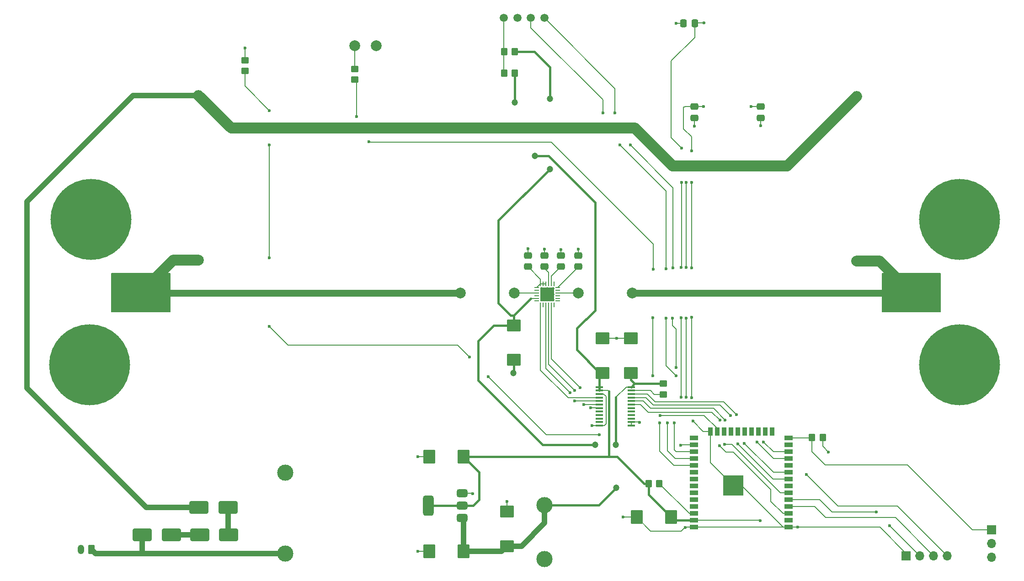
<source format=gbr>
G04 #@! TF.GenerationSoftware,KiCad,Pcbnew,8.0.1*
G04 #@! TF.CreationDate,2024-05-06T16:29:22+03:00*
G04 #@! TF.ProjectId,SmartAtt,536d6172-7441-4747-942e-6b696361645f,rev?*
G04 #@! TF.SameCoordinates,Original*
G04 #@! TF.FileFunction,Copper,L2,Bot*
G04 #@! TF.FilePolarity,Positive*
%FSLAX46Y46*%
G04 Gerber Fmt 4.6, Leading zero omitted, Abs format (unit mm)*
G04 Created by KiCad (PCBNEW 8.0.1) date 2024-05-06 16:29:22*
%MOMM*%
%LPD*%
G01*
G04 APERTURE LIST*
G04 Aperture macros list*
%AMRoundRect*
0 Rectangle with rounded corners*
0 $1 Rounding radius*
0 $2 $3 $4 $5 $6 $7 $8 $9 X,Y pos of 4 corners*
0 Add a 4 corners polygon primitive as box body*
4,1,4,$2,$3,$4,$5,$6,$7,$8,$9,$2,$3,0*
0 Add four circle primitives for the rounded corners*
1,1,$1+$1,$2,$3*
1,1,$1+$1,$4,$5*
1,1,$1+$1,$6,$7*
1,1,$1+$1,$8,$9*
0 Add four rect primitives between the rounded corners*
20,1,$1+$1,$2,$3,$4,$5,0*
20,1,$1+$1,$4,$5,$6,$7,0*
20,1,$1+$1,$6,$7,$8,$9,0*
20,1,$1+$1,$8,$9,$2,$3,0*%
G04 Aperture macros list end*
G04 #@! TA.AperFunction,Conductor*
%ADD10C,0.200000*%
G04 #@! TD*
G04 #@! TA.AperFunction,ComponentPad*
%ADD11R,1.700000X1.700000*%
G04 #@! TD*
G04 #@! TA.AperFunction,ComponentPad*
%ADD12O,1.700000X1.700000*%
G04 #@! TD*
G04 #@! TA.AperFunction,ComponentPad*
%ADD13C,3.000000*%
G04 #@! TD*
G04 #@! TA.AperFunction,ComponentPad*
%ADD14C,1.500000*%
G04 #@! TD*
G04 #@! TA.AperFunction,ComponentPad*
%ADD15C,2.000000*%
G04 #@! TD*
G04 #@! TA.AperFunction,ComponentPad*
%ADD16RoundRect,0.250000X0.350000X0.625000X-0.350000X0.625000X-0.350000X-0.625000X0.350000X-0.625000X0*%
G04 #@! TD*
G04 #@! TA.AperFunction,ComponentPad*
%ADD17O,1.200000X1.750000*%
G04 #@! TD*
G04 #@! TA.AperFunction,SMDPad,CuDef*
%ADD18RoundRect,0.250000X0.450000X-0.350000X0.450000X0.350000X-0.450000X0.350000X-0.450000X-0.350000X0*%
G04 #@! TD*
G04 #@! TA.AperFunction,SMDPad,CuDef*
%ADD19RoundRect,0.250000X-1.500000X-0.900000X1.500000X-0.900000X1.500000X0.900000X-1.500000X0.900000X0*%
G04 #@! TD*
G04 #@! TA.AperFunction,SMDPad,CuDef*
%ADD20RoundRect,0.250000X-0.475000X0.337500X-0.475000X-0.337500X0.475000X-0.337500X0.475000X0.337500X0*%
G04 #@! TD*
G04 #@! TA.AperFunction,SMDPad,CuDef*
%ADD21RoundRect,0.250000X0.875000X1.025000X-0.875000X1.025000X-0.875000X-1.025000X0.875000X-1.025000X0*%
G04 #@! TD*
G04 #@! TA.AperFunction,SMDPad,CuDef*
%ADD22RoundRect,0.250000X0.350000X0.450000X-0.350000X0.450000X-0.350000X-0.450000X0.350000X-0.450000X0*%
G04 #@! TD*
G04 #@! TA.AperFunction,SMDPad,CuDef*
%ADD23RoundRect,0.250000X0.475000X-0.337500X0.475000X0.337500X-0.475000X0.337500X-0.475000X-0.337500X0*%
G04 #@! TD*
G04 #@! TA.AperFunction,SMDPad,CuDef*
%ADD24RoundRect,0.250000X1.025000X-0.875000X1.025000X0.875000X-1.025000X0.875000X-1.025000X-0.875000X0*%
G04 #@! TD*
G04 #@! TA.AperFunction,SMDPad,CuDef*
%ADD25RoundRect,0.250000X-0.350000X-0.450000X0.350000X-0.450000X0.350000X0.450000X-0.350000X0.450000X0*%
G04 #@! TD*
G04 #@! TA.AperFunction,SMDPad,CuDef*
%ADD26RoundRect,0.250000X1.500000X0.900000X-1.500000X0.900000X-1.500000X-0.900000X1.500000X-0.900000X0*%
G04 #@! TD*
G04 #@! TA.AperFunction,SMDPad,CuDef*
%ADD27R,1.500000X0.900000*%
G04 #@! TD*
G04 #@! TA.AperFunction,SMDPad,CuDef*
%ADD28R,0.900000X1.500000*%
G04 #@! TD*
G04 #@! TA.AperFunction,SMDPad,CuDef*
%ADD29R,0.900000X0.900000*%
G04 #@! TD*
G04 #@! TA.AperFunction,HeatsinkPad*
%ADD30C,0.600000*%
G04 #@! TD*
G04 #@! TA.AperFunction,SMDPad,CuDef*
%ADD31R,3.800000X3.800000*%
G04 #@! TD*
G04 #@! TA.AperFunction,SMDPad,CuDef*
%ADD32RoundRect,0.375000X0.625000X0.375000X-0.625000X0.375000X-0.625000X-0.375000X0.625000X-0.375000X0*%
G04 #@! TD*
G04 #@! TA.AperFunction,SMDPad,CuDef*
%ADD33RoundRect,0.500000X0.500000X1.400000X-0.500000X1.400000X-0.500000X-1.400000X0.500000X-1.400000X0*%
G04 #@! TD*
G04 #@! TA.AperFunction,SMDPad,CuDef*
%ADD34RoundRect,0.062500X-0.350000X-0.062500X0.350000X-0.062500X0.350000X0.062500X-0.350000X0.062500X0*%
G04 #@! TD*
G04 #@! TA.AperFunction,SMDPad,CuDef*
%ADD35RoundRect,0.062500X-0.062500X-0.350000X0.062500X-0.350000X0.062500X0.350000X-0.062500X0.350000X0*%
G04 #@! TD*
G04 #@! TA.AperFunction,HeatsinkPad*
%ADD36C,0.500000*%
G04 #@! TD*
G04 #@! TA.AperFunction,HeatsinkPad*
%ADD37R,2.600000X2.600000*%
G04 #@! TD*
G04 #@! TA.AperFunction,ComponentPad*
%ADD38O,2.000000X2.000000*%
G04 #@! TD*
G04 #@! TA.AperFunction,SMDPad,CuDef*
%ADD39RoundRect,0.250000X0.337500X0.475000X-0.337500X0.475000X-0.337500X-0.475000X0.337500X-0.475000X0*%
G04 #@! TD*
G04 #@! TA.AperFunction,SMDPad,CuDef*
%ADD40RoundRect,0.250000X-1.025000X0.875000X-1.025000X-0.875000X1.025000X-0.875000X1.025000X0.875000X0*%
G04 #@! TD*
G04 #@! TA.AperFunction,SMDPad,CuDef*
%ADD41R,1.475000X0.450000*%
G04 #@! TD*
G04 #@! TA.AperFunction,ViaPad*
%ADD42C,15.000000*%
G04 #@! TD*
G04 #@! TA.AperFunction,ViaPad*
%ADD43C,0.600000*%
G04 #@! TD*
G04 #@! TA.AperFunction,ViaPad*
%ADD44C,1.200000*%
G04 #@! TD*
G04 #@! TA.AperFunction,ViaPad*
%ADD45C,5.000000*%
G04 #@! TD*
G04 #@! TA.AperFunction,Conductor*
%ADD46C,0.400000*%
G04 #@! TD*
G04 #@! TA.AperFunction,Conductor*
%ADD47C,1.300000*%
G04 #@! TD*
G04 #@! TA.AperFunction,Conductor*
%ADD48C,2.000000*%
G04 #@! TD*
G04 #@! TA.AperFunction,Conductor*
%ADD49C,1.000000*%
G04 #@! TD*
G04 APERTURE END LIST*
D10*
X217500000Y-87100000D02*
X228300000Y-87100000D01*
X228300000Y-94200000D01*
X217500000Y-94200000D01*
X217500000Y-87100000D01*
G04 #@! TA.AperFunction,Conductor*
G36*
X217500000Y-87100000D02*
G01*
X228300000Y-87100000D01*
X228300000Y-94200000D01*
X217500000Y-94200000D01*
X217500000Y-87100000D01*
G37*
G04 #@! TD.AperFunction*
X74800000Y-87100000D02*
X85600000Y-87100000D01*
X85600000Y-94200000D01*
X74800000Y-94200000D01*
X74800000Y-87100000D01*
G04 #@! TA.AperFunction,Conductor*
G36*
X74800000Y-87100000D02*
G01*
X85600000Y-87100000D01*
X85600000Y-94200000D01*
X74800000Y-94200000D01*
X74800000Y-87100000D01*
G37*
G04 #@! TD.AperFunction*
D11*
X237800000Y-134575000D03*
D12*
X237800000Y-137115000D03*
X237800000Y-139655000D03*
D13*
X107000000Y-139000000D03*
X107000000Y-124000000D03*
X155000000Y-130000000D03*
X155000000Y-140000000D03*
D14*
X147450000Y-39750000D03*
X149950000Y-39750000D03*
X152450000Y-39750000D03*
X154950000Y-39750000D03*
D15*
X119800000Y-44900000D03*
X123800000Y-44900000D03*
D16*
X71100000Y-138250000D03*
D17*
X69100000Y-138250000D03*
D11*
X221980000Y-139400000D03*
D12*
X224520000Y-139400000D03*
X227060000Y-139400000D03*
X229600000Y-139400000D03*
D18*
X177000000Y-109500000D03*
X177000000Y-107500000D03*
D19*
X80500000Y-135500000D03*
X85900000Y-135500000D03*
D20*
X182750000Y-56212500D03*
X182750000Y-58287500D03*
D15*
X171200000Y-90700000D03*
X161200000Y-90700000D03*
D21*
X178450000Y-132250000D03*
X172050000Y-132250000D03*
D22*
X149500000Y-46000000D03*
X147500000Y-46000000D03*
D23*
X158000000Y-85837500D03*
X158000000Y-83762500D03*
D24*
X171000000Y-105500000D03*
X171000000Y-99100000D03*
D25*
X174250000Y-126000000D03*
X176250000Y-126000000D03*
D23*
X155000000Y-85837500D03*
X155000000Y-83762500D03*
D26*
X96400000Y-130400000D03*
X91000000Y-130400000D03*
D24*
X148000000Y-137600000D03*
X148000000Y-131200000D03*
D27*
X182650000Y-134105000D03*
X182650000Y-132835000D03*
X182650000Y-131565000D03*
X182650000Y-130295000D03*
X182650000Y-129025000D03*
X182650000Y-127755000D03*
X182650000Y-126485000D03*
X182650000Y-125215000D03*
X182650000Y-123945000D03*
X182650000Y-122675000D03*
X182650000Y-121405000D03*
X182650000Y-120135000D03*
X182650000Y-118865000D03*
X182650000Y-117595000D03*
D28*
X185690000Y-116345000D03*
X186960000Y-116345000D03*
X188230000Y-116345000D03*
X189500000Y-116345000D03*
X190770000Y-116345000D03*
X192040000Y-116345000D03*
X193310000Y-116345000D03*
X194580000Y-116345000D03*
X195850000Y-116345000D03*
X197120000Y-116345000D03*
D27*
X200150000Y-117595000D03*
X200150000Y-118865000D03*
X200150000Y-120135000D03*
X200150000Y-121405000D03*
X200150000Y-122675000D03*
X200150000Y-123945000D03*
X200150000Y-125215000D03*
X200150000Y-126485000D03*
X200150000Y-127755000D03*
X200150000Y-129025000D03*
X200150000Y-130295000D03*
X200150000Y-131565000D03*
X200150000Y-132835000D03*
X200150000Y-134105000D03*
D29*
X188500000Y-124985000D03*
D30*
X188500000Y-125685000D03*
D29*
X188500000Y-126385000D03*
D30*
X188500000Y-127085000D03*
D29*
X188500000Y-127785000D03*
D30*
X189200000Y-124985000D03*
X189200000Y-126385000D03*
X189200000Y-127785000D03*
X189875000Y-125685000D03*
X189875000Y-127085000D03*
D29*
X189900000Y-124985000D03*
X189900000Y-126385000D03*
D31*
X189900000Y-126385000D03*
D29*
X189900000Y-127785000D03*
D30*
X190600000Y-124985000D03*
X190600000Y-126385000D03*
X190600000Y-127785000D03*
D29*
X191300000Y-124985000D03*
D30*
X191300000Y-125685000D03*
D29*
X191300000Y-126385000D03*
D30*
X191300000Y-127085000D03*
D29*
X191300000Y-127785000D03*
D19*
X91100000Y-135500000D03*
X96500000Y-135500000D03*
D32*
X139750000Y-127800000D03*
X139750000Y-130100000D03*
D33*
X133450000Y-130100000D03*
D32*
X139750000Y-132400000D03*
D34*
X153562500Y-92200000D03*
X153562500Y-91700000D03*
X153562500Y-91200000D03*
X153562500Y-90700000D03*
X153562500Y-90200000D03*
X153562500Y-89700000D03*
D35*
X154250000Y-89012500D03*
X154750000Y-89012500D03*
X155250000Y-89012500D03*
X155750000Y-89012500D03*
X156250000Y-89012500D03*
X156750000Y-89012500D03*
D34*
X157437500Y-89700000D03*
X157437500Y-90200000D03*
X157437500Y-90700000D03*
X157437500Y-91200000D03*
X157437500Y-91700000D03*
X157437500Y-92200000D03*
D35*
X156750000Y-92887500D03*
X156250000Y-92887500D03*
X155750000Y-92887500D03*
X155250000Y-92887500D03*
X154750000Y-92887500D03*
X154250000Y-92887500D03*
D36*
X154450000Y-89900000D03*
X154450000Y-90950000D03*
X154450000Y-92000000D03*
X155500000Y-89900000D03*
X155500000Y-90950000D03*
D37*
X155500000Y-90950000D03*
D36*
X155500000Y-92000000D03*
X156550000Y-89900000D03*
X156550000Y-90950000D03*
X156550000Y-92000000D03*
D18*
X119800000Y-51200000D03*
X119800000Y-49200000D03*
D15*
X90850000Y-84595000D03*
D38*
X90850000Y-54115000D03*
D21*
X140000000Y-138600000D03*
X133600000Y-138600000D03*
D18*
X99500000Y-49600000D03*
X99500000Y-47600000D03*
D39*
X182787500Y-40750000D03*
X180712500Y-40750000D03*
D24*
X165700000Y-105500000D03*
X165700000Y-99100000D03*
D15*
X212800000Y-84795000D03*
D38*
X212800000Y-54315000D03*
D40*
X149300000Y-96700000D03*
X149300000Y-103100000D03*
D23*
X161200000Y-85837500D03*
X161200000Y-83762500D03*
D25*
X204500000Y-117500000D03*
X206500000Y-117500000D03*
D41*
X171038000Y-108125000D03*
X171038000Y-108775000D03*
X171038000Y-109425000D03*
X171038000Y-110075000D03*
X171038000Y-110725000D03*
X171038000Y-111375000D03*
X171038000Y-112025000D03*
X171038000Y-112675000D03*
X171038000Y-113325000D03*
X171038000Y-113975000D03*
X171038000Y-114625000D03*
X171038000Y-115275000D03*
X165162000Y-115275000D03*
X165162000Y-114625000D03*
X165162000Y-113975000D03*
X165162000Y-113325000D03*
X165162000Y-112675000D03*
X165162000Y-112025000D03*
X165162000Y-111375000D03*
X165162000Y-110725000D03*
X165162000Y-110075000D03*
X165162000Y-109425000D03*
X165162000Y-108775000D03*
X165162000Y-108125000D03*
D20*
X195000000Y-56212500D03*
X195000000Y-58287500D03*
D23*
X151900000Y-85837500D03*
X151900000Y-83762500D03*
D15*
X149400000Y-90700000D03*
X139400000Y-90700000D03*
D25*
X147500000Y-50000000D03*
X149500000Y-50000000D03*
D21*
X140000000Y-121000000D03*
X133600000Y-121000000D03*
D42*
X71012461Y-77119461D03*
X231812461Y-104019461D03*
D43*
X161200000Y-82600000D03*
D44*
X149250000Y-105550000D03*
D43*
X179350000Y-40750000D03*
X158000000Y-82650000D03*
X169550000Y-132200000D03*
X163750000Y-115300000D03*
X155000000Y-82600000D03*
X181050000Y-134150000D03*
D42*
X231812461Y-77119461D03*
D43*
X151900000Y-82550000D03*
X131550000Y-138600000D03*
D42*
X70712461Y-104019461D03*
D43*
X148000000Y-129300000D03*
X201850000Y-134100000D03*
X182750000Y-59800000D03*
X131500000Y-121000000D03*
X195000000Y-59700000D03*
X182450000Y-114450000D03*
X172550000Y-114650000D03*
X168350000Y-99100000D03*
X141650000Y-127850000D03*
D45*
X77212461Y-90619461D03*
X83212461Y-90619461D03*
D44*
X168200000Y-118850000D03*
X168250000Y-126800000D03*
X156000000Y-54700000D03*
X164350000Y-118850000D03*
X156000000Y-67750000D03*
D43*
X203512500Y-124362500D03*
D44*
X153200000Y-65300000D03*
X149500000Y-55450000D03*
D43*
X207575000Y-120175000D03*
X194950000Y-132925000D03*
X193250000Y-56200000D03*
X177750000Y-114750000D03*
X181200000Y-95400000D03*
X181200000Y-70200000D03*
X181200000Y-86000000D03*
X181200000Y-110050000D03*
X182200000Y-64400000D03*
X182200000Y-70250000D03*
X182200000Y-86050000D03*
X184450000Y-56200000D03*
X179000000Y-114800000D03*
X182200000Y-95250000D03*
X182250000Y-110100000D03*
X180350000Y-70200000D03*
X180300000Y-95300000D03*
X184550000Y-40700000D03*
X176300000Y-114750000D03*
X180350000Y-63850000D03*
X180300000Y-110050000D03*
X180300000Y-86000000D03*
D45*
X225912461Y-90719461D03*
X219912461Y-90719461D03*
D43*
X99500000Y-45300000D03*
X194300000Y-118350000D03*
X189400000Y-113450000D03*
X191950000Y-118550000D03*
X188450000Y-114250000D03*
X190800000Y-118700000D03*
X187500000Y-114300000D03*
X160600000Y-110700000D03*
X159750000Y-109150000D03*
X190500000Y-113250000D03*
X195550000Y-118300000D03*
X161550000Y-108250000D03*
X163550000Y-112000000D03*
X162250000Y-111350000D03*
X160600000Y-108750000D03*
X216400000Y-131300000D03*
X218900000Y-133800000D03*
X141050000Y-102550000D03*
X180200000Y-118900000D03*
X104000000Y-56900000D03*
X104000000Y-63250000D03*
X104000000Y-96900000D03*
X104000000Y-84200000D03*
X165100000Y-117000000D03*
X144550000Y-106200000D03*
X175050000Y-106050000D03*
X176400000Y-113400000D03*
X175100000Y-86300000D03*
X122500000Y-62700000D03*
X175050000Y-95300000D03*
X120150000Y-58000000D03*
X187400000Y-119000000D03*
X177500000Y-95350000D03*
X179350000Y-106050000D03*
X168900000Y-63250000D03*
X177500000Y-86200000D03*
X165800000Y-57400000D03*
X170850000Y-63300000D03*
X178800000Y-86100000D03*
X168050000Y-57350000D03*
X178700000Y-95400000D03*
X179350000Y-104500000D03*
X188300000Y-118750000D03*
D10*
X119800000Y-44900000D02*
X119800000Y-49200000D01*
X181045000Y-134105000D02*
X181050000Y-134100000D01*
X172050000Y-132250000D02*
X169600000Y-132250000D01*
X182750000Y-58287500D02*
X182750000Y-59800000D01*
X168350000Y-99100000D02*
X165700000Y-99100000D01*
X155000000Y-83762500D02*
X155000000Y-82600000D01*
X163775000Y-115275000D02*
X163750000Y-115300000D01*
X166400000Y-109900000D02*
X165925000Y-109425000D01*
X169600000Y-132250000D02*
X169550000Y-132200000D01*
X180712500Y-40750000D02*
X179350000Y-40750000D01*
X139750000Y-127800000D02*
X139750000Y-127150000D01*
X171038000Y-114625000D02*
X172525000Y-114625000D01*
X200150000Y-134105000D02*
X199200000Y-134105000D01*
X139750000Y-127800000D02*
X141600000Y-127800000D01*
X158000000Y-83762500D02*
X158000000Y-82650000D01*
X133600000Y-121000000D02*
X131500000Y-121000000D01*
X182450000Y-114450000D02*
X184345000Y-116345000D01*
X185690000Y-122175000D02*
X189900000Y-126385000D01*
X191480000Y-126385000D02*
X189900000Y-126385000D01*
X151900000Y-83762500D02*
X151900000Y-82550000D01*
X172525000Y-114625000D02*
X172550000Y-114650000D01*
X171038000Y-115275000D02*
X171038000Y-114625000D01*
X166400000Y-114974500D02*
X166400000Y-109900000D01*
X217105000Y-134105000D02*
X201855000Y-134105000D01*
X165162000Y-115275000D02*
X163775000Y-115275000D01*
D46*
X149300000Y-103100000D02*
X149300000Y-105500000D01*
D10*
X201845000Y-134105000D02*
X200150000Y-134105000D01*
X185690000Y-116345000D02*
X185690000Y-122175000D01*
X181000000Y-134150000D02*
X180300000Y-134850000D01*
X195000000Y-58287500D02*
X195000000Y-59700000D01*
X182650000Y-134105000D02*
X200150000Y-134105000D01*
X182650000Y-134105000D02*
X181045000Y-134105000D01*
X166099500Y-115275000D02*
X166400000Y-114974500D01*
X133600000Y-138600000D02*
X131550000Y-138600000D01*
X148000000Y-131200000D02*
X148000000Y-129300000D01*
X184345000Y-116345000D02*
X185690000Y-116345000D01*
X180300000Y-134850000D02*
X174650000Y-134850000D01*
X149300000Y-105500000D02*
X149250000Y-105550000D01*
X201850000Y-134100000D02*
X201845000Y-134105000D01*
X171000000Y-99100000D02*
X168350000Y-99100000D01*
X221980000Y-139400000D02*
X221980000Y-138980000D01*
X161200000Y-83762500D02*
X161200000Y-82600000D01*
X174650000Y-134850000D02*
X172050000Y-132250000D01*
X165162000Y-115275000D02*
X166099500Y-115275000D01*
X141600000Y-127800000D02*
X141650000Y-127850000D01*
X201855000Y-134105000D02*
X201850000Y-134100000D01*
X165925000Y-109425000D02*
X165162000Y-109425000D01*
X221980000Y-138980000D02*
X217105000Y-134105000D01*
X181050000Y-134100000D02*
X181050000Y-134150000D01*
X199200000Y-134105000D02*
X191480000Y-126385000D01*
X181050000Y-134150000D02*
X181000000Y-134150000D01*
X153562500Y-90700000D02*
X149400000Y-90700000D01*
X83212461Y-90619461D02*
X77212461Y-90619461D01*
D47*
X139400000Y-90700000D02*
X139350000Y-90750000D01*
D10*
X83343000Y-90750000D02*
X83212461Y-90619461D01*
D48*
X86255000Y-84595000D02*
X80200000Y-90650000D01*
D47*
X139350000Y-90750000D02*
X83343000Y-90750000D01*
D48*
X90850000Y-84595000D02*
X86255000Y-84595000D01*
D46*
X146450000Y-77300000D02*
X146450000Y-92600000D01*
X156000000Y-54700000D02*
X156000000Y-48900000D01*
D10*
X168250000Y-126800000D02*
X168200000Y-126800000D01*
D46*
X148700000Y-94850000D02*
X149300000Y-94850000D01*
X156000000Y-48900000D02*
X153100000Y-46000000D01*
X171663000Y-107500000D02*
X171038000Y-108125000D01*
D10*
X170100500Y-108125000D02*
X171038000Y-108125000D01*
D46*
X155000000Y-130000000D02*
X165050000Y-130000000D01*
X153100000Y-46000000D02*
X149500000Y-46000000D01*
X142700000Y-99600000D02*
X145600000Y-96700000D01*
X146450000Y-92600000D02*
X148700000Y-94850000D01*
D49*
X140000000Y-138600000D02*
X147000000Y-138600000D01*
D46*
X164350000Y-118850000D02*
X154650000Y-118850000D01*
X168200000Y-118850000D02*
X168200000Y-110025500D01*
D49*
X148000000Y-137600000D02*
X150700000Y-137600000D01*
X155000000Y-133300000D02*
X155000000Y-130000000D01*
D46*
X165050000Y-130000000D02*
X168250000Y-126800000D01*
X142700000Y-106900000D02*
X142700000Y-99600000D01*
D49*
X140000000Y-138600000D02*
X140000000Y-132650000D01*
D10*
X168200000Y-110025500D02*
X170100500Y-108125000D01*
D49*
X147000000Y-138600000D02*
X148000000Y-137600000D01*
D46*
X145600000Y-96700000D02*
X149300000Y-96700000D01*
X177000000Y-107500000D02*
X171663000Y-107500000D01*
D49*
X150700000Y-137600000D02*
X155000000Y-133300000D01*
D46*
X156000000Y-67750000D02*
X146450000Y-77300000D01*
X154650000Y-118850000D02*
X142700000Y-106900000D01*
D10*
X152450000Y-91700000D02*
X153562500Y-91700000D01*
D46*
X171000000Y-106837000D02*
X171663000Y-107500000D01*
X149300000Y-94850000D02*
X152450000Y-91700000D01*
X171000000Y-105500000D02*
X171000000Y-106837000D01*
D10*
X140000000Y-132650000D02*
X139750000Y-132400000D01*
D46*
X149300000Y-96700000D02*
X149300000Y-94850000D01*
D10*
X206500000Y-119100000D02*
X206500000Y-117500000D01*
D46*
X140000000Y-121000000D02*
X166950000Y-121000000D01*
X161000000Y-101250000D02*
X161000000Y-97250000D01*
X166950000Y-121000000D02*
X168400000Y-121000000D01*
X133450000Y-130100000D02*
X139750000Y-130100000D01*
X139750000Y-130100000D02*
X141800000Y-130100000D01*
X165162000Y-108775000D02*
X165162000Y-106038000D01*
X161000000Y-97250000D02*
X164350000Y-93900000D01*
X174250000Y-128050000D02*
X178450000Y-132250000D01*
X141800000Y-130100000D02*
X142900000Y-129000000D01*
X164400000Y-93850000D02*
X164400000Y-82650000D01*
X142900000Y-123900000D02*
X140000000Y-121000000D01*
X173400000Y-126000000D02*
X174250000Y-126000000D01*
X179035000Y-132835000D02*
X182650000Y-132835000D01*
D10*
X220350000Y-130150000D02*
X209300000Y-130150000D01*
D46*
X165250000Y-105500000D02*
X161000000Y-101250000D01*
X164350000Y-93900000D02*
X164400000Y-93850000D01*
D10*
X166775000Y-108775000D02*
X166950000Y-108950000D01*
D46*
X164400000Y-74000000D02*
X164000000Y-73600000D01*
X168475000Y-121075000D02*
X173400000Y-126000000D01*
D10*
X229600000Y-139400000D02*
X220350000Y-130150000D01*
X165162000Y-106038000D02*
X165700000Y-105500000D01*
D46*
X174250000Y-126000000D02*
X174250000Y-128050000D01*
X166950000Y-108950000D02*
X166950000Y-121000000D01*
X142900000Y-129000000D02*
X142900000Y-123900000D01*
D10*
X165700000Y-105500000D02*
X165250000Y-105500000D01*
D46*
X149500000Y-55450000D02*
X149500000Y-50000000D01*
X155700000Y-65300000D02*
X153200000Y-65300000D01*
X164400000Y-82650000D02*
X164400000Y-74000000D01*
D10*
X165162000Y-108125000D02*
X165162000Y-108775000D01*
X178450000Y-132250000D02*
X179035000Y-132835000D01*
X207575000Y-120175000D02*
X206500000Y-119100000D01*
D46*
X164000000Y-73600000D02*
X155700000Y-65300000D01*
D10*
X209300000Y-130150000D02*
X203512500Y-124362500D01*
X168400000Y-121000000D02*
X168475000Y-121075000D01*
X165162000Y-108775000D02*
X166775000Y-108775000D01*
X194860000Y-132835000D02*
X194950000Y-132925000D01*
X182650000Y-132835000D02*
X194860000Y-132835000D01*
X154750000Y-89012500D02*
X155250000Y-89012500D01*
X154250000Y-89012500D02*
X153562500Y-89700000D01*
X154250000Y-88187500D02*
X151900000Y-85837500D01*
X154250000Y-89012500D02*
X154750000Y-89012500D01*
X154250000Y-89012500D02*
X154250000Y-88187500D01*
X155750000Y-86900000D02*
X155750000Y-89012500D01*
X155000000Y-86150000D02*
X155750000Y-86900000D01*
X155000000Y-85837500D02*
X155000000Y-86150000D01*
X158000000Y-85837500D02*
X156250000Y-87587500D01*
X156250000Y-87587500D02*
X156250000Y-89012500D01*
X157437500Y-89700000D02*
X161200000Y-85937500D01*
X161200000Y-85937500D02*
X161200000Y-85837500D01*
X181200000Y-109650000D02*
X181200000Y-95350000D01*
X181200000Y-110050000D02*
X181200000Y-109650000D01*
X179205000Y-121405000D02*
X177750000Y-119950000D01*
X177750000Y-114800000D02*
X177750000Y-114750000D01*
X193262500Y-56212500D02*
X193250000Y-56200000D01*
X181200000Y-95350000D02*
X181200000Y-95400000D01*
X177750000Y-119950000D02*
X177750000Y-114800000D01*
X181200000Y-86000000D02*
X181200000Y-70200000D01*
X195000000Y-56212500D02*
X193262500Y-56212500D01*
X182650000Y-121405000D02*
X179205000Y-121405000D01*
X182250000Y-110100000D02*
X182250000Y-95350000D01*
X182200000Y-95300000D02*
X182200000Y-95250000D01*
X182200000Y-61750000D02*
X180750000Y-60300000D01*
X182250000Y-95350000D02*
X182200000Y-95300000D01*
X179385000Y-120135000D02*
X179000000Y-119750000D01*
X180750000Y-60300000D02*
X180750000Y-56250000D01*
X180950000Y-56250000D02*
X180987500Y-56212500D01*
X180987500Y-56212500D02*
X182750000Y-56212500D01*
X179000000Y-119750000D02*
X179000000Y-114800000D01*
X182750000Y-56212500D02*
X184437500Y-56212500D01*
X180750000Y-56250000D02*
X180950000Y-56250000D01*
X182200000Y-64400000D02*
X182200000Y-61750000D01*
X182650000Y-120135000D02*
X179385000Y-120135000D01*
X182200000Y-86050000D02*
X182200000Y-70250000D01*
X184437500Y-56212500D02*
X184450000Y-56200000D01*
X180300000Y-110050000D02*
X180300000Y-95400000D01*
X180350000Y-85900000D02*
X180350000Y-85600000D01*
X178400000Y-47750000D02*
X182787500Y-43362500D01*
X180350000Y-63850000D02*
X178400000Y-61900000D01*
X182837500Y-40700000D02*
X182787500Y-40750000D01*
X180300000Y-95400000D02*
X180300000Y-95300000D01*
X178925000Y-122675000D02*
X176300000Y-120050000D01*
X180300000Y-85950000D02*
X180350000Y-85900000D01*
X180350000Y-85600000D02*
X180350000Y-70200000D01*
X176300000Y-120050000D02*
X176300000Y-114750000D01*
X180300000Y-86000000D02*
X180300000Y-85950000D01*
X178400000Y-61900000D02*
X178400000Y-47750000D01*
X182787500Y-43362500D02*
X182787500Y-40750000D01*
X184550000Y-40700000D02*
X182837500Y-40700000D01*
X182650000Y-122675000D02*
X178925000Y-122675000D01*
X157437500Y-90700000D02*
X161200000Y-90700000D01*
X219893000Y-90700000D02*
X219912461Y-90719461D01*
D47*
X171200000Y-90700000D02*
X219893000Y-90700000D01*
D48*
X217045000Y-84795000D02*
X222900000Y-90650000D01*
X212800000Y-84795000D02*
X217045000Y-84795000D01*
D49*
X91100000Y-135500000D02*
X85900000Y-135500000D01*
X107000000Y-139000000D02*
X80550000Y-139000000D01*
X80500000Y-135500000D02*
X80500000Y-138950000D01*
X80550000Y-139000000D02*
X71850000Y-139000000D01*
D10*
X80500000Y-138950000D02*
X80550000Y-139000000D01*
D49*
X71850000Y-139000000D02*
X71100000Y-138250000D01*
X96400000Y-130400000D02*
X96400000Y-135400000D01*
D10*
X96400000Y-135400000D02*
X96500000Y-135500000D01*
D49*
X81200000Y-130400000D02*
X59150000Y-108350000D01*
D48*
X199915000Y-67200000D02*
X212800000Y-54315000D01*
X96935000Y-60200000D02*
X171700000Y-60200000D01*
D10*
X59150000Y-108350000D02*
X59150000Y-108200000D01*
D48*
X171700000Y-60200000D02*
X178700000Y-67200000D01*
D49*
X59150000Y-108200000D02*
X59150000Y-73750000D01*
X91000000Y-130400000D02*
X81200000Y-130400000D01*
D48*
X90850000Y-54115000D02*
X96935000Y-60200000D01*
D49*
X78785000Y-54115000D02*
X90850000Y-54115000D01*
D48*
X178700000Y-67200000D02*
X199915000Y-67200000D01*
D49*
X59150000Y-73750000D02*
X78785000Y-54115000D01*
D10*
X99500000Y-47600000D02*
X99500000Y-45300000D01*
X159375000Y-110075000D02*
X165162000Y-110075000D01*
X159350000Y-110100000D02*
X159375000Y-110075000D01*
X154250000Y-92887500D02*
X154250000Y-105000000D01*
X154250000Y-105000000D02*
X159350000Y-110100000D01*
X197355000Y-121405000D02*
X194300000Y-118350000D01*
X173725000Y-110075000D02*
X171038000Y-110075000D01*
X175150000Y-111500000D02*
X173725000Y-110075000D01*
X187450000Y-111500000D02*
X175150000Y-111500000D01*
X189400000Y-113450000D02*
X187450000Y-111500000D01*
X200150000Y-121405000D02*
X197355000Y-121405000D01*
X186300000Y-112100000D02*
X174600000Y-112100000D01*
X188450000Y-114250000D02*
X186300000Y-112100000D01*
X191960000Y-118550000D02*
X191950000Y-118550000D01*
X197355000Y-123945000D02*
X191960000Y-118550000D01*
X173225000Y-110725000D02*
X171038000Y-110725000D01*
X200150000Y-123945000D02*
X197355000Y-123945000D01*
X174600000Y-112100000D02*
X173225000Y-110725000D01*
X197315000Y-125215000D02*
X190800000Y-118700000D01*
X200150000Y-125215000D02*
X197315000Y-125215000D01*
X186000000Y-112800000D02*
X174150000Y-112800000D01*
X172750000Y-111400000D02*
X172550000Y-111400000D01*
X174150000Y-112800000D02*
X172750000Y-111400000D01*
X187500000Y-114300000D02*
X186000000Y-112800000D01*
X172525000Y-111375000D02*
X171038000Y-111375000D01*
X172550000Y-111400000D02*
X172525000Y-111375000D01*
X175300000Y-109500000D02*
X174575000Y-108775000D01*
X177000000Y-109500000D02*
X175300000Y-109500000D01*
X174575000Y-108775000D02*
X171038000Y-108775000D01*
X160600000Y-110700000D02*
X160625000Y-110725000D01*
X159700000Y-109150000D02*
X159750000Y-109150000D01*
X160625000Y-110725000D02*
X165162000Y-110725000D01*
X155250000Y-92887500D02*
X155250000Y-104700000D01*
X155250000Y-104700000D02*
X159700000Y-109150000D01*
X200150000Y-120135000D02*
X197385000Y-120135000D01*
X188150000Y-110900000D02*
X175500000Y-110900000D01*
X175500000Y-110900000D02*
X174025000Y-109425000D01*
X190500000Y-113250000D02*
X188150000Y-110900000D01*
X197385000Y-120135000D02*
X195550000Y-118300000D01*
X174025000Y-109425000D02*
X171038000Y-109425000D01*
X163550000Y-112000000D02*
X165137000Y-112000000D01*
X156250000Y-92887500D02*
X156250000Y-102950000D01*
X165137000Y-112000000D02*
X165162000Y-112025000D01*
X156250000Y-102950000D02*
X161550000Y-108250000D01*
X163000000Y-111350000D02*
X163025000Y-111375000D01*
X162250000Y-111350000D02*
X163000000Y-111350000D01*
X163025000Y-111375000D02*
X165162000Y-111375000D01*
X155750000Y-103900000D02*
X160600000Y-108750000D01*
X155750000Y-92887500D02*
X155750000Y-103900000D01*
X207000000Y-132300000D02*
X204995000Y-130295000D01*
X227060000Y-139400000D02*
X219960000Y-132300000D01*
X204995000Y-130295000D02*
X200150000Y-130295000D01*
X219960000Y-132300000D02*
X207000000Y-132300000D01*
X216400000Y-131300000D02*
X208200000Y-131300000D01*
X208200000Y-131300000D02*
X205925000Y-129025000D01*
X224520000Y-139400000D02*
X218920000Y-133800000D01*
X218920000Y-133800000D02*
X218900000Y-133800000D01*
X205925000Y-129025000D02*
X200150000Y-129025000D01*
X234225000Y-134575000D02*
X222200000Y-122550000D01*
X204405000Y-117595000D02*
X204500000Y-117500000D01*
X200150000Y-117595000D02*
X204405000Y-117595000D01*
X237800000Y-134575000D02*
X234225000Y-134575000D01*
X204500000Y-120125000D02*
X204500000Y-117500000D01*
X222200000Y-122550000D02*
X206925000Y-122550000D01*
X206925000Y-122550000D02*
X204500000Y-120125000D01*
X176250000Y-126000000D02*
X181815000Y-131565000D01*
X181815000Y-131565000D02*
X182650000Y-131565000D01*
X147450000Y-39750000D02*
X147450000Y-49950000D01*
X147450000Y-49950000D02*
X147500000Y-50000000D01*
X104000000Y-84100000D02*
X104000000Y-63250000D01*
X182650000Y-118865000D02*
X180235000Y-118865000D01*
X155350000Y-117000000D02*
X144550000Y-106200000D01*
X99500000Y-52400000D02*
X99500000Y-49600000D01*
X107450000Y-100350000D02*
X104000000Y-96900000D01*
X180235000Y-118865000D02*
X180200000Y-118900000D01*
X104000000Y-84200000D02*
X104000000Y-84100000D01*
X112350000Y-100350000D02*
X107450000Y-100350000D01*
X104000000Y-56900000D02*
X99500000Y-52400000D01*
X138850000Y-100350000D02*
X112350000Y-100350000D01*
X165100000Y-117000000D02*
X155350000Y-117000000D01*
X141050000Y-102550000D02*
X138850000Y-100350000D01*
X182850000Y-113400000D02*
X184545000Y-113400000D01*
X119800000Y-51200000D02*
X120150000Y-51550000D01*
X175100000Y-81650000D02*
X160950000Y-67500000D01*
X182800000Y-113400000D02*
X176400000Y-113400000D01*
X175100000Y-86300000D02*
X175100000Y-81650000D01*
X175050000Y-106050000D02*
X175050000Y-95300000D01*
X160950000Y-67500000D02*
X156200000Y-62750000D01*
X122550000Y-62750000D02*
X122500000Y-62700000D01*
X120150000Y-51550000D02*
X120150000Y-58000000D01*
X184545000Y-113400000D02*
X186960000Y-115815000D01*
X186960000Y-115815000D02*
X186960000Y-116345000D01*
X147250000Y-62750000D02*
X122550000Y-62750000D01*
X182850000Y-113400000D02*
X182800000Y-113400000D01*
X156200000Y-62750000D02*
X147250000Y-62750000D01*
X189950000Y-120200000D02*
X188600000Y-120200000D01*
X177500000Y-71850000D02*
X168900000Y-63250000D01*
X196900000Y-129300000D02*
X196900000Y-127150000D01*
X165800000Y-57400000D02*
X165800000Y-54950000D01*
X199165000Y-131565000D02*
X196900000Y-129300000D01*
X196900000Y-127150000D02*
X189950000Y-120200000D01*
X165800000Y-54950000D02*
X152450000Y-41600000D01*
X177500000Y-104200000D02*
X177500000Y-95350000D01*
X179350000Y-106050000D02*
X177500000Y-104200000D01*
X188600000Y-120200000D02*
X187400000Y-119000000D01*
X152450000Y-41600000D02*
X152450000Y-39750000D01*
X177500000Y-86200000D02*
X177500000Y-71850000D01*
X200150000Y-131565000D02*
X199165000Y-131565000D01*
X198655000Y-127755000D02*
X189650000Y-118750000D01*
X168050000Y-52850000D02*
X154950000Y-39750000D01*
X179350000Y-104500000D02*
X179350000Y-97400000D01*
X200150000Y-127755000D02*
X198655000Y-127755000D01*
X179350000Y-97400000D02*
X178700000Y-96750000D01*
X178700000Y-96750000D02*
X178700000Y-96400000D01*
X178800000Y-71250000D02*
X170850000Y-63300000D01*
X178700000Y-96400000D02*
X178700000Y-95400000D01*
X178800000Y-86100000D02*
X178800000Y-71250000D01*
X168050000Y-57350000D02*
X168050000Y-52850000D01*
X189650000Y-118750000D02*
X188300000Y-118750000D01*
M02*

</source>
